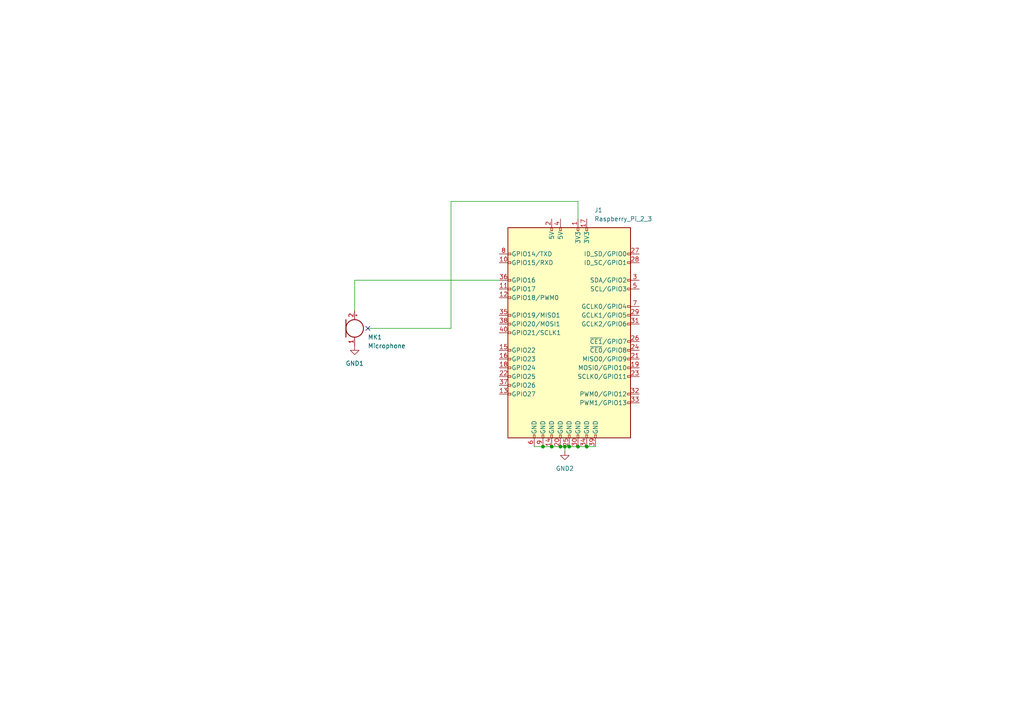
<source format=kicad_sch>
(kicad_sch (version 20230121) (generator eeschema)

  (uuid add03d46-230f-46c5-99a3-e37ca6fa2c6b)

  (paper "A4")

  (lib_symbols
    (symbol "Connector:Raspberry_Pi_2_3" (pin_names (offset 1.016)) (in_bom yes) (on_board yes)
      (property "Reference" "J" (at -17.78 31.75 0)
        (effects (font (size 1.27 1.27)) (justify left bottom))
      )
      (property "Value" "Raspberry_Pi_2_3" (at 10.16 -31.75 0)
        (effects (font (size 1.27 1.27)) (justify left top))
      )
      (property "Footprint" "" (at 0 0 0)
        (effects (font (size 1.27 1.27)) hide)
      )
      (property "Datasheet" "https://www.raspberrypi.org/documentation/hardware/raspberrypi/schematics/rpi_SCH_3bplus_1p0_reduced.pdf" (at 0 0 0)
        (effects (font (size 1.27 1.27)) hide)
      )
      (property "ki_keywords" "raspberrypi gpio" (at 0 0 0)
        (effects (font (size 1.27 1.27)) hide)
      )
      (property "ki_description" "expansion header for Raspberry Pi 2 & 3" (at 0 0 0)
        (effects (font (size 1.27 1.27)) hide)
      )
      (property "ki_fp_filters" "PinHeader*2x20*P2.54mm*Vertical* PinSocket*2x20*P2.54mm*Vertical*" (at 0 0 0)
        (effects (font (size 1.27 1.27)) hide)
      )
      (symbol "Raspberry_Pi_2_3_0_1"
        (rectangle (start -17.78 30.48) (end 17.78 -30.48)
          (stroke (width 0.254) (type default))
          (fill (type background))
        )
      )
      (symbol "Raspberry_Pi_2_3_1_1"
        (rectangle (start -16.891 -17.526) (end -17.78 -18.034)
          (stroke (width 0) (type default))
          (fill (type none))
        )
        (rectangle (start -16.891 -14.986) (end -17.78 -15.494)
          (stroke (width 0) (type default))
          (fill (type none))
        )
        (rectangle (start -16.891 -12.446) (end -17.78 -12.954)
          (stroke (width 0) (type default))
          (fill (type none))
        )
        (rectangle (start -16.891 -9.906) (end -17.78 -10.414)
          (stroke (width 0) (type default))
          (fill (type none))
        )
        (rectangle (start -16.891 -7.366) (end -17.78 -7.874)
          (stroke (width 0) (type default))
          (fill (type none))
        )
        (rectangle (start -16.891 -4.826) (end -17.78 -5.334)
          (stroke (width 0) (type default))
          (fill (type none))
        )
        (rectangle (start -16.891 0.254) (end -17.78 -0.254)
          (stroke (width 0) (type default))
          (fill (type none))
        )
        (rectangle (start -16.891 2.794) (end -17.78 2.286)
          (stroke (width 0) (type default))
          (fill (type none))
        )
        (rectangle (start -16.891 5.334) (end -17.78 4.826)
          (stroke (width 0) (type default))
          (fill (type none))
        )
        (rectangle (start -16.891 10.414) (end -17.78 9.906)
          (stroke (width 0) (type default))
          (fill (type none))
        )
        (rectangle (start -16.891 12.954) (end -17.78 12.446)
          (stroke (width 0) (type default))
          (fill (type none))
        )
        (rectangle (start -16.891 15.494) (end -17.78 14.986)
          (stroke (width 0) (type default))
          (fill (type none))
        )
        (rectangle (start -16.891 20.574) (end -17.78 20.066)
          (stroke (width 0) (type default))
          (fill (type none))
        )
        (rectangle (start -16.891 23.114) (end -17.78 22.606)
          (stroke (width 0) (type default))
          (fill (type none))
        )
        (rectangle (start -10.414 -29.591) (end -9.906 -30.48)
          (stroke (width 0) (type default))
          (fill (type none))
        )
        (rectangle (start -7.874 -29.591) (end -7.366 -30.48)
          (stroke (width 0) (type default))
          (fill (type none))
        )
        (rectangle (start -5.334 -29.591) (end -4.826 -30.48)
          (stroke (width 0) (type default))
          (fill (type none))
        )
        (rectangle (start -5.334 30.48) (end -4.826 29.591)
          (stroke (width 0) (type default))
          (fill (type none))
        )
        (rectangle (start -2.794 -29.591) (end -2.286 -30.48)
          (stroke (width 0) (type default))
          (fill (type none))
        )
        (rectangle (start -2.794 30.48) (end -2.286 29.591)
          (stroke (width 0) (type default))
          (fill (type none))
        )
        (rectangle (start -0.254 -29.591) (end 0.254 -30.48)
          (stroke (width 0) (type default))
          (fill (type none))
        )
        (rectangle (start 2.286 -29.591) (end 2.794 -30.48)
          (stroke (width 0) (type default))
          (fill (type none))
        )
        (rectangle (start 2.286 30.48) (end 2.794 29.591)
          (stroke (width 0) (type default))
          (fill (type none))
        )
        (rectangle (start 4.826 -29.591) (end 5.334 -30.48)
          (stroke (width 0) (type default))
          (fill (type none))
        )
        (rectangle (start 4.826 30.48) (end 5.334 29.591)
          (stroke (width 0) (type default))
          (fill (type none))
        )
        (rectangle (start 7.366 -29.591) (end 7.874 -30.48)
          (stroke (width 0) (type default))
          (fill (type none))
        )
        (rectangle (start 17.78 -20.066) (end 16.891 -20.574)
          (stroke (width 0) (type default))
          (fill (type none))
        )
        (rectangle (start 17.78 -17.526) (end 16.891 -18.034)
          (stroke (width 0) (type default))
          (fill (type none))
        )
        (rectangle (start 17.78 -12.446) (end 16.891 -12.954)
          (stroke (width 0) (type default))
          (fill (type none))
        )
        (rectangle (start 17.78 -9.906) (end 16.891 -10.414)
          (stroke (width 0) (type default))
          (fill (type none))
        )
        (rectangle (start 17.78 -7.366) (end 16.891 -7.874)
          (stroke (width 0) (type default))
          (fill (type none))
        )
        (rectangle (start 17.78 -4.826) (end 16.891 -5.334)
          (stroke (width 0) (type default))
          (fill (type none))
        )
        (rectangle (start 17.78 -2.286) (end 16.891 -2.794)
          (stroke (width 0) (type default))
          (fill (type none))
        )
        (rectangle (start 17.78 2.794) (end 16.891 2.286)
          (stroke (width 0) (type default))
          (fill (type none))
        )
        (rectangle (start 17.78 5.334) (end 16.891 4.826)
          (stroke (width 0) (type default))
          (fill (type none))
        )
        (rectangle (start 17.78 7.874) (end 16.891 7.366)
          (stroke (width 0) (type default))
          (fill (type none))
        )
        (rectangle (start 17.78 12.954) (end 16.891 12.446)
          (stroke (width 0) (type default))
          (fill (type none))
        )
        (rectangle (start 17.78 15.494) (end 16.891 14.986)
          (stroke (width 0) (type default))
          (fill (type none))
        )
        (rectangle (start 17.78 20.574) (end 16.891 20.066)
          (stroke (width 0) (type default))
          (fill (type none))
        )
        (rectangle (start 17.78 23.114) (end 16.891 22.606)
          (stroke (width 0) (type default))
          (fill (type none))
        )
        (pin power_in line (at 2.54 33.02 270) (length 2.54)
          (name "3V3" (effects (font (size 1.27 1.27))))
          (number "1" (effects (font (size 1.27 1.27))))
        )
        (pin bidirectional line (at -20.32 20.32 0) (length 2.54)
          (name "GPIO15/RXD" (effects (font (size 1.27 1.27))))
          (number "10" (effects (font (size 1.27 1.27))))
        )
        (pin bidirectional line (at -20.32 12.7 0) (length 2.54)
          (name "GPIO17" (effects (font (size 1.27 1.27))))
          (number "11" (effects (font (size 1.27 1.27))))
        )
        (pin bidirectional line (at -20.32 10.16 0) (length 2.54)
          (name "GPIO18/PWM0" (effects (font (size 1.27 1.27))))
          (number "12" (effects (font (size 1.27 1.27))))
        )
        (pin bidirectional line (at -20.32 -17.78 0) (length 2.54)
          (name "GPIO27" (effects (font (size 1.27 1.27))))
          (number "13" (effects (font (size 1.27 1.27))))
        )
        (pin power_in line (at -5.08 -33.02 90) (length 2.54)
          (name "GND" (effects (font (size 1.27 1.27))))
          (number "14" (effects (font (size 1.27 1.27))))
        )
        (pin bidirectional line (at -20.32 -5.08 0) (length 2.54)
          (name "GPIO22" (effects (font (size 1.27 1.27))))
          (number "15" (effects (font (size 1.27 1.27))))
        )
        (pin bidirectional line (at -20.32 -7.62 0) (length 2.54)
          (name "GPIO23" (effects (font (size 1.27 1.27))))
          (number "16" (effects (font (size 1.27 1.27))))
        )
        (pin power_in line (at 5.08 33.02 270) (length 2.54)
          (name "3V3" (effects (font (size 1.27 1.27))))
          (number "17" (effects (font (size 1.27 1.27))))
        )
        (pin bidirectional line (at -20.32 -10.16 0) (length 2.54)
          (name "GPIO24" (effects (font (size 1.27 1.27))))
          (number "18" (effects (font (size 1.27 1.27))))
        )
        (pin bidirectional line (at 20.32 -10.16 180) (length 2.54)
          (name "MOSI0/GPIO10" (effects (font (size 1.27 1.27))))
          (number "19" (effects (font (size 1.27 1.27))))
        )
        (pin power_in line (at -5.08 33.02 270) (length 2.54)
          (name "5V" (effects (font (size 1.27 1.27))))
          (number "2" (effects (font (size 1.27 1.27))))
        )
        (pin power_in line (at -2.54 -33.02 90) (length 2.54)
          (name "GND" (effects (font (size 1.27 1.27))))
          (number "20" (effects (font (size 1.27 1.27))))
        )
        (pin bidirectional line (at 20.32 -7.62 180) (length 2.54)
          (name "MISO0/GPIO9" (effects (font (size 1.27 1.27))))
          (number "21" (effects (font (size 1.27 1.27))))
        )
        (pin bidirectional line (at -20.32 -12.7 0) (length 2.54)
          (name "GPIO25" (effects (font (size 1.27 1.27))))
          (number "22" (effects (font (size 1.27 1.27))))
        )
        (pin bidirectional line (at 20.32 -12.7 180) (length 2.54)
          (name "SCLK0/GPIO11" (effects (font (size 1.27 1.27))))
          (number "23" (effects (font (size 1.27 1.27))))
        )
        (pin bidirectional line (at 20.32 -5.08 180) (length 2.54)
          (name "~{CE0}/GPIO8" (effects (font (size 1.27 1.27))))
          (number "24" (effects (font (size 1.27 1.27))))
        )
        (pin power_in line (at 0 -33.02 90) (length 2.54)
          (name "GND" (effects (font (size 1.27 1.27))))
          (number "25" (effects (font (size 1.27 1.27))))
        )
        (pin bidirectional line (at 20.32 -2.54 180) (length 2.54)
          (name "~{CE1}/GPIO7" (effects (font (size 1.27 1.27))))
          (number "26" (effects (font (size 1.27 1.27))))
        )
        (pin bidirectional line (at 20.32 22.86 180) (length 2.54)
          (name "ID_SD/GPIO0" (effects (font (size 1.27 1.27))))
          (number "27" (effects (font (size 1.27 1.27))))
        )
        (pin bidirectional line (at 20.32 20.32 180) (length 2.54)
          (name "ID_SC/GPIO1" (effects (font (size 1.27 1.27))))
          (number "28" (effects (font (size 1.27 1.27))))
        )
        (pin bidirectional line (at 20.32 5.08 180) (length 2.54)
          (name "GCLK1/GPIO5" (effects (font (size 1.27 1.27))))
          (number "29" (effects (font (size 1.27 1.27))))
        )
        (pin bidirectional line (at 20.32 15.24 180) (length 2.54)
          (name "SDA/GPIO2" (effects (font (size 1.27 1.27))))
          (number "3" (effects (font (size 1.27 1.27))))
        )
        (pin power_in line (at 2.54 -33.02 90) (length 2.54)
          (name "GND" (effects (font (size 1.27 1.27))))
          (number "30" (effects (font (size 1.27 1.27))))
        )
        (pin bidirectional line (at 20.32 2.54 180) (length 2.54)
          (name "GCLK2/GPIO6" (effects (font (size 1.27 1.27))))
          (number "31" (effects (font (size 1.27 1.27))))
        )
        (pin bidirectional line (at 20.32 -17.78 180) (length 2.54)
          (name "PWM0/GPIO12" (effects (font (size 1.27 1.27))))
          (number "32" (effects (font (size 1.27 1.27))))
        )
        (pin bidirectional line (at 20.32 -20.32 180) (length 2.54)
          (name "PWM1/GPIO13" (effects (font (size 1.27 1.27))))
          (number "33" (effects (font (size 1.27 1.27))))
        )
        (pin power_in line (at 5.08 -33.02 90) (length 2.54)
          (name "GND" (effects (font (size 1.27 1.27))))
          (number "34" (effects (font (size 1.27 1.27))))
        )
        (pin bidirectional line (at -20.32 5.08 0) (length 2.54)
          (name "GPIO19/MISO1" (effects (font (size 1.27 1.27))))
          (number "35" (effects (font (size 1.27 1.27))))
        )
        (pin bidirectional line (at -20.32 15.24 0) (length 2.54)
          (name "GPIO16" (effects (font (size 1.27 1.27))))
          (number "36" (effects (font (size 1.27 1.27))))
        )
        (pin bidirectional line (at -20.32 -15.24 0) (length 2.54)
          (name "GPIO26" (effects (font (size 1.27 1.27))))
          (number "37" (effects (font (size 1.27 1.27))))
        )
        (pin bidirectional line (at -20.32 2.54 0) (length 2.54)
          (name "GPIO20/MOSI1" (effects (font (size 1.27 1.27))))
          (number "38" (effects (font (size 1.27 1.27))))
        )
        (pin power_in line (at 7.62 -33.02 90) (length 2.54)
          (name "GND" (effects (font (size 1.27 1.27))))
          (number "39" (effects (font (size 1.27 1.27))))
        )
        (pin power_in line (at -2.54 33.02 270) (length 2.54)
          (name "5V" (effects (font (size 1.27 1.27))))
          (number "4" (effects (font (size 1.27 1.27))))
        )
        (pin bidirectional line (at -20.32 0 0) (length 2.54)
          (name "GPIO21/SCLK1" (effects (font (size 1.27 1.27))))
          (number "40" (effects (font (size 1.27 1.27))))
        )
        (pin bidirectional line (at 20.32 12.7 180) (length 2.54)
          (name "SCL/GPIO3" (effects (font (size 1.27 1.27))))
          (number "5" (effects (font (size 1.27 1.27))))
        )
        (pin power_in line (at -10.16 -33.02 90) (length 2.54)
          (name "GND" (effects (font (size 1.27 1.27))))
          (number "6" (effects (font (size 1.27 1.27))))
        )
        (pin bidirectional line (at 20.32 7.62 180) (length 2.54)
          (name "GCLK0/GPIO4" (effects (font (size 1.27 1.27))))
          (number "7" (effects (font (size 1.27 1.27))))
        )
        (pin bidirectional line (at -20.32 22.86 0) (length 2.54)
          (name "GPIO14/TXD" (effects (font (size 1.27 1.27))))
          (number "8" (effects (font (size 1.27 1.27))))
        )
        (pin power_in line (at -7.62 -33.02 90) (length 2.54)
          (name "GND" (effects (font (size 1.27 1.27))))
          (number "9" (effects (font (size 1.27 1.27))))
        )
      )
    )
    (symbol "Device:Microphone" (pin_names (offset 0.0254) hide) (in_bom yes) (on_board yes)
      (property "Reference" "MK" (at -3.81 1.27 0)
        (effects (font (size 1.27 1.27)) (justify right))
      )
      (property "Value" "Microphone" (at -3.81 -0.635 0)
        (effects (font (size 1.27 1.27)) (justify right))
      )
      (property "Footprint" "" (at 0 2.54 90)
        (effects (font (size 1.27 1.27)) hide)
      )
      (property "Datasheet" "~" (at 0 2.54 90)
        (effects (font (size 1.27 1.27)) hide)
      )
      (property "ki_keywords" "microphone" (at 0 0 0)
        (effects (font (size 1.27 1.27)) hide)
      )
      (property "ki_description" "Microphone" (at 0 0 0)
        (effects (font (size 1.27 1.27)) hide)
      )
      (symbol "Microphone_0_1"
        (polyline
          (pts
            (xy -2.54 2.54)
            (xy -2.54 -2.54)
          )
          (stroke (width 0.254) (type default))
          (fill (type none))
        )
        (polyline
          (pts
            (xy 0.254 3.81)
            (xy 0.762 3.81)
          )
          (stroke (width 0) (type default))
          (fill (type none))
        )
        (polyline
          (pts
            (xy 0.508 4.064)
            (xy 0.508 3.556)
          )
          (stroke (width 0) (type default))
          (fill (type none))
        )
        (circle (center 0 0) (radius 2.54)
          (stroke (width 0.254) (type default))
          (fill (type none))
        )
      )
      (symbol "Microphone_1_1"
        (pin passive line (at 0 -5.08 90) (length 2.54)
          (name "-" (effects (font (size 1.27 1.27))))
          (number "1" (effects (font (size 1.27 1.27))))
        )
        (pin passive line (at 0 5.08 270) (length 2.54)
          (name "+" (effects (font (size 1.27 1.27))))
          (number "2" (effects (font (size 1.27 1.27))))
        )
      )
    )
    (symbol "power:GND1" (power) (pin_names (offset 0)) (in_bom yes) (on_board yes)
      (property "Reference" "#PWR" (at 0 -6.35 0)
        (effects (font (size 1.27 1.27)) hide)
      )
      (property "Value" "GND1" (at 0 -3.81 0)
        (effects (font (size 1.27 1.27)))
      )
      (property "Footprint" "" (at 0 0 0)
        (effects (font (size 1.27 1.27)) hide)
      )
      (property "Datasheet" "" (at 0 0 0)
        (effects (font (size 1.27 1.27)) hide)
      )
      (property "ki_keywords" "global power" (at 0 0 0)
        (effects (font (size 1.27 1.27)) hide)
      )
      (property "ki_description" "Power symbol creates a global label with name \"GND1\" , ground" (at 0 0 0)
        (effects (font (size 1.27 1.27)) hide)
      )
      (symbol "GND1_0_1"
        (polyline
          (pts
            (xy 0 0)
            (xy 0 -1.27)
            (xy 1.27 -1.27)
            (xy 0 -2.54)
            (xy -1.27 -1.27)
            (xy 0 -1.27)
          )
          (stroke (width 0) (type default))
          (fill (type none))
        )
      )
      (symbol "GND1_1_1"
        (pin power_in line (at 0 0 270) (length 0) hide
          (name "GND1" (effects (font (size 1.27 1.27))))
          (number "1" (effects (font (size 1.27 1.27))))
        )
      )
    )
    (symbol "power:GND2" (power) (pin_names (offset 0)) (in_bom yes) (on_board yes)
      (property "Reference" "#PWR" (at 0 -6.35 0)
        (effects (font (size 1.27 1.27)) hide)
      )
      (property "Value" "GND2" (at 0 -3.81 0)
        (effects (font (size 1.27 1.27)))
      )
      (property "Footprint" "" (at 0 0 0)
        (effects (font (size 1.27 1.27)) hide)
      )
      (property "Datasheet" "" (at 0 0 0)
        (effects (font (size 1.27 1.27)) hide)
      )
      (property "ki_keywords" "global power" (at 0 0 0)
        (effects (font (size 1.27 1.27)) hide)
      )
      (property "ki_description" "Power symbol creates a global label with name \"GND2\" , ground" (at 0 0 0)
        (effects (font (size 1.27 1.27)) hide)
      )
      (symbol "GND2_0_1"
        (polyline
          (pts
            (xy 0 0)
            (xy 0 -1.27)
            (xy 1.27 -1.27)
            (xy 0 -2.54)
            (xy -1.27 -1.27)
            (xy 0 -1.27)
          )
          (stroke (width 0) (type default))
          (fill (type none))
        )
      )
      (symbol "GND2_1_1"
        (pin power_in line (at 0 0 270) (length 0) hide
          (name "GND2" (effects (font (size 1.27 1.27))))
          (number "1" (effects (font (size 1.27 1.27))))
        )
      )
    )
  )

  (junction (at 162.56 129.54) (diameter 0) (color 0 0 0 0)
    (uuid 0b7ef10e-c906-42ee-945b-7dbb3a163f1a)
  )
  (junction (at 165.1 129.54) (diameter 0) (color 0 0 0 0)
    (uuid 3367aecf-dcc6-4dd9-bc44-82ffe8ff9b6b)
  )
  (junction (at 167.64 129.54) (diameter 0) (color 0 0 0 0)
    (uuid 5131d049-2add-4f0e-939d-8642b3d9fd05)
  )
  (junction (at 160.02 129.54) (diameter 0) (color 0 0 0 0)
    (uuid 772dda2a-cba5-4ed1-9677-95f608688424)
  )
  (junction (at 157.48 129.54) (diameter 0) (color 0 0 0 0)
    (uuid 7d646799-aaa2-4383-8ba7-ba8585e64298)
  )
  (junction (at 163.83 129.54) (diameter 0) (color 0 0 0 0)
    (uuid 8fbd2419-3a2b-47be-87f8-5dc6a939c285)
  )
  (junction (at 170.18 129.54) (diameter 0) (color 0 0 0 0)
    (uuid 9db25ede-731f-4670-8145-02c43ed7390d)
  )

  (no_connect (at 106.68 95.25) (uuid 81ff4271-630a-493f-bb00-58d350ef99c9))

  (wire (pts (xy 102.87 90.17) (xy 102.87 81.28))
    (stroke (width 0) (type default))
    (uuid 046c9322-df90-4c1d-a209-9281da68fcff)
  )
  (wire (pts (xy 165.1 129.54) (xy 167.64 129.54))
    (stroke (width 0) (type default))
    (uuid 09cc01ed-e1c3-46ec-b54a-4dfedebde214)
  )
  (wire (pts (xy 167.64 58.42) (xy 130.81 58.42))
    (stroke (width 0) (type default))
    (uuid 299f90f8-bc42-49f7-845d-16a9490c7655)
  )
  (wire (pts (xy 106.68 95.25) (xy 130.81 95.25))
    (stroke (width 0) (type default))
    (uuid 3179f379-70bc-4e7a-8d5a-05e74251a8a3)
  )
  (wire (pts (xy 167.64 129.54) (xy 170.18 129.54))
    (stroke (width 0) (type default))
    (uuid 67fa5651-a962-4c80-bf5f-db4517207f90)
  )
  (wire (pts (xy 170.18 129.54) (xy 172.72 129.54))
    (stroke (width 0) (type default))
    (uuid 76999093-3ac4-4804-b06f-68f65cc27f96)
  )
  (wire (pts (xy 157.48 129.54) (xy 160.02 129.54))
    (stroke (width 0) (type default))
    (uuid 8890178a-e127-4e26-b779-89462f1e864c)
  )
  (wire (pts (xy 162.56 129.54) (xy 163.83 129.54))
    (stroke (width 0) (type default))
    (uuid 9ae47741-a8b6-4e6d-b236-6838b6586fcb)
  )
  (wire (pts (xy 154.94 129.54) (xy 157.48 129.54))
    (stroke (width 0) (type default))
    (uuid ab9f90ae-bfc3-4893-8a09-1a558e1ed373)
  )
  (wire (pts (xy 163.83 129.54) (xy 163.83 130.81))
    (stroke (width 0) (type default))
    (uuid ade5ba86-af53-4e23-b5b7-be6d2556f63b)
  )
  (wire (pts (xy 130.81 58.42) (xy 130.81 95.25))
    (stroke (width 0) (type default))
    (uuid bbdd0f47-b1ef-4aa5-be8e-f47904ffb7b4)
  )
  (wire (pts (xy 102.87 81.28) (xy 144.78 81.28))
    (stroke (width 0) (type default))
    (uuid bcf7862c-31fc-4983-870b-5e9c17578f0d)
  )
  (wire (pts (xy 160.02 129.54) (xy 162.56 129.54))
    (stroke (width 0) (type default))
    (uuid d092d6c3-9065-4ab4-8684-740d608d26a5)
  )
  (wire (pts (xy 167.64 63.5) (xy 167.64 58.42))
    (stroke (width 0) (type default))
    (uuid de3c29b9-6f40-42e7-acff-7b9db8027d65)
  )
  (wire (pts (xy 163.83 129.54) (xy 165.1 129.54))
    (stroke (width 0) (type default))
    (uuid febc4c57-7db7-423e-945b-3b074fe07621)
  )

  (symbol (lib_id "Connector:Raspberry_Pi_2_3") (at 165.1 96.52 0) (unit 1)
    (in_bom yes) (on_board yes) (dnp no) (fields_autoplaced)
    (uuid 04b240e1-599b-4f3d-8e4c-3c0abf8b55aa)
    (property "Reference" "J1" (at 172.3741 60.96 0)
      (effects (font (size 1.27 1.27)) (justify left))
    )
    (property "Value" "Raspberry_Pi_2_3" (at 172.3741 63.5 0)
      (effects (font (size 1.27 1.27)) (justify left))
    )
    (property "Footprint" "" (at 165.1 96.52 0)
      (effects (font (size 1.27 1.27)) hide)
    )
    (property "Datasheet" "https://www.raspberrypi.org/documentation/hardware/raspberrypi/schematics/rpi_SCH_3bplus_1p0_reduced.pdf" (at 165.1 96.52 0)
      (effects (font (size 1.27 1.27)) hide)
    )
    (pin "1" (uuid aafb3616-e8cd-4722-96ca-db719c75ba13))
    (pin "10" (uuid 0a7ea19e-0287-41bf-81d4-f35cf3857f32))
    (pin "11" (uuid b53cb375-5389-4ff9-b50d-025eda96b841))
    (pin "12" (uuid d4bb8ede-c43f-4e7c-9f64-b566e93a96b2))
    (pin "13" (uuid c3ccd06d-2236-4424-b3c0-f85248f70633))
    (pin "14" (uuid 4967f0a7-db03-444f-a350-7ea8485c01b4))
    (pin "15" (uuid cae683b1-aed5-44f5-af75-b74d55375dc5))
    (pin "16" (uuid 1a8c8fbe-cff9-46f4-8267-ea86e0ae36bb))
    (pin "17" (uuid 9af378c4-95e2-4072-b72d-06757a84d350))
    (pin "18" (uuid a5397cf6-b077-443d-9d05-2567c57e89b0))
    (pin "19" (uuid 2f462a5b-6c9d-4932-aa4d-625e7b0073be))
    (pin "2" (uuid 63aa8dc4-10f6-4be2-8f3c-34e7425d4128))
    (pin "20" (uuid 8f203995-056d-42e0-a996-259fe8beebf2))
    (pin "21" (uuid 741c13b6-ddd4-4e08-875b-de9ddb5882fc))
    (pin "22" (uuid 3dd6f766-1fdd-414f-9923-433decf82e1a))
    (pin "23" (uuid 05b2dc35-848b-4e4e-8445-a5e40553b808))
    (pin "24" (uuid ed7bed69-de9b-42ae-876b-182f1383fc54))
    (pin "25" (uuid 0d2a2b49-5985-4ef4-899c-b4f772bcf0c2))
    (pin "26" (uuid 3e0832a5-aeb9-4184-9681-f5cf90312615))
    (pin "27" (uuid 5839a298-8f81-426e-9ce3-0ad0805a6d7f))
    (pin "28" (uuid 296ffcaa-d920-4e88-b4ee-099d432f3c9e))
    (pin "29" (uuid e8f5f705-fedc-4f0b-8eb7-064114368de8))
    (pin "3" (uuid 9176dd90-c751-44a7-b715-06a1c582427b))
    (pin "30" (uuid 084f9caa-dff3-4e06-81bb-c289cc78ea86))
    (pin "31" (uuid 52c29361-9112-424f-9136-5aa92f62aea7))
    (pin "32" (uuid c9d28164-1ad1-4211-94a6-5223bbf5891b))
    (pin "33" (uuid dd1c28a7-b20d-4fac-bff2-11c59f32f90f))
    (pin "34" (uuid a418be3f-fe3c-40d8-ba17-e95c56c7e075))
    (pin "35" (uuid fcbb6e5e-6738-4e98-9c67-854624f4ffea))
    (pin "36" (uuid 0761bbdc-2c71-47a2-8c9b-0b933d81d79f))
    (pin "37" (uuid 9e81714c-3623-4779-b2ed-0cb6f0044ec4))
    (pin "38" (uuid be501012-6c51-4258-97ff-77b142ac494c))
    (pin "39" (uuid 7c5da16c-1b2e-4e51-9e22-b646c0778e29))
    (pin "4" (uuid f8b35d0f-1382-4f15-ab08-9d07c69f33bb))
    (pin "40" (uuid 3f646c75-cce7-4277-b02e-2c988919a040))
    (pin "5" (uuid 8aaa51cb-1691-4faf-a92b-f297faaadcab))
    (pin "6" (uuid 56d86976-1915-4e06-86a6-edb5fee8d42e))
    (pin "7" (uuid b9a7a0e6-ded7-45f3-97d4-03ae3f6bff4f))
    (pin "8" (uuid 61b7742d-02f8-4857-b7ab-4d26cfc6a163))
    (pin "9" (uuid 5daf7170-f317-4eb4-95dc-9b577291b627))
    (instances
      (project "Audio"
        (path "/add03d46-230f-46c5-99a3-e37ca6fa2c6b"
          (reference "J1") (unit 1)
        )
      )
    )
  )

  (symbol (lib_id "power:GND1") (at 102.87 100.33 0) (unit 1)
    (in_bom yes) (on_board yes) (dnp no) (fields_autoplaced)
    (uuid 0ab8fef3-069f-43a6-8320-612e4a3377c6)
    (property "Reference" "#PWR01" (at 102.87 106.68 0)
      (effects (font (size 1.27 1.27)) hide)
    )
    (property "Value" "GND1" (at 102.87 105.41 0)
      (effects (font (size 1.27 1.27)))
    )
    (property "Footprint" "" (at 102.87 100.33 0)
      (effects (font (size 1.27 1.27)) hide)
    )
    (property "Datasheet" "" (at 102.87 100.33 0)
      (effects (font (size 1.27 1.27)) hide)
    )
    (pin "1" (uuid 2acae522-0a61-44b2-9d3a-c161e2c6af10))
    (instances
      (project "Audio"
        (path "/add03d46-230f-46c5-99a3-e37ca6fa2c6b"
          (reference "#PWR01") (unit 1)
        )
      )
    )
  )

  (symbol (lib_id "Device:Microphone") (at 102.87 95.25 0) (unit 1)
    (in_bom yes) (on_board yes) (dnp no)
    (uuid 45f15192-78b6-4251-a6bb-8eb9dc5dabab)
    (property "Reference" "MK1" (at 106.68 97.79 0)
      (effects (font (size 1.27 1.27)) (justify left))
    )
    (property "Value" "Microphone" (at 106.68 100.33 0)
      (effects (font (size 1.27 1.27)) (justify left))
    )
    (property "Footprint" "" (at 102.87 92.71 90)
      (effects (font (size 1.27 1.27)) hide)
    )
    (property "Datasheet" "~" (at 102.87 92.71 90)
      (effects (font (size 1.27 1.27)) hide)
    )
    (pin "1" (uuid 64e56406-ff24-4d21-bf11-934315e777dd))
    (pin "2" (uuid ed307199-a11f-4188-8fbc-75bd1a2ff357))
    (instances
      (project "Audio"
        (path "/add03d46-230f-46c5-99a3-e37ca6fa2c6b"
          (reference "MK1") (unit 1)
        )
      )
    )
  )

  (symbol (lib_id "power:GND2") (at 163.83 130.81 0) (unit 1)
    (in_bom yes) (on_board yes) (dnp no) (fields_autoplaced)
    (uuid d334fe4c-13d8-4f59-a245-eaeeaf90370a)
    (property "Reference" "#PWR02" (at 163.83 137.16 0)
      (effects (font (size 1.27 1.27)) hide)
    )
    (property "Value" "GND2" (at 163.83 135.89 0)
      (effects (font (size 1.27 1.27)))
    )
    (property "Footprint" "" (at 163.83 130.81 0)
      (effects (font (size 1.27 1.27)) hide)
    )
    (property "Datasheet" "" (at 163.83 130.81 0)
      (effects (font (size 1.27 1.27)) hide)
    )
    (pin "1" (uuid 585b391a-0e69-40bb-a0e3-f0a8976f28a6))
    (instances
      (project "Audio"
        (path "/add03d46-230f-46c5-99a3-e37ca6fa2c6b"
          (reference "#PWR02") (unit 1)
        )
      )
    )
  )

  (sheet_instances
    (path "/" (page "1"))
  )
)

</source>
